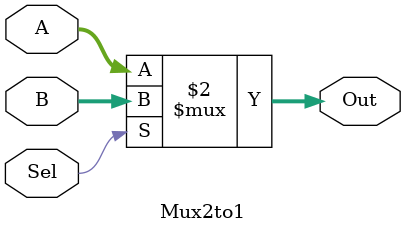
<source format=v>
`timescale 1ns / 1ps


module Mux2to1 (
    input  [31:0] A,      // 0번 입력
    input  [31:0] B,      // 1번 입력
    input         Sel,    //  1bit 선택 신호 (0이면 A, 1이면 B 선택)
    output [31:0] Out     // 선택된 출력
);

    // Sel 신호가 1'b0 (0)이면 A를, 그렇지 않으면(1이면) B를 선택하여 Out으로 내보냅니다.
    assign Out = (Sel == 1'b0) ? A : B;

endmodule


</source>
